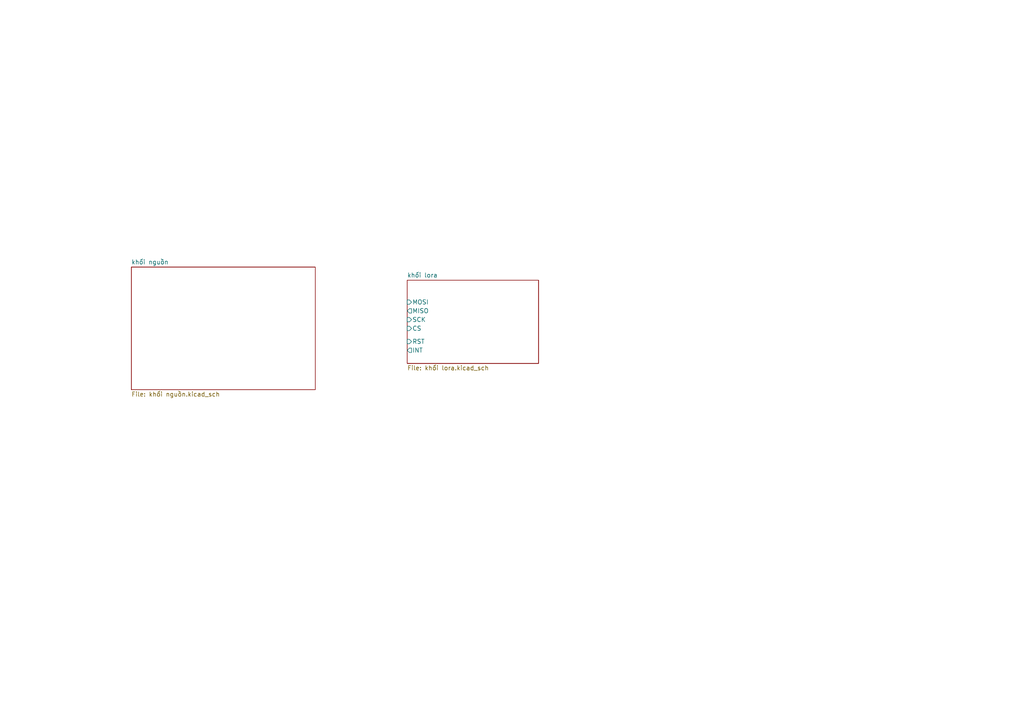
<source format=kicad_sch>
(kicad_sch (version 20230121) (generator eeschema)
  (paper "A4")
  (lib_symbols)
  (sheet (at 38.1 77.47) (size 53.34 35.56) (stroke (width 0.1524))
    (property "Sheetname" "khối nguồn" (at 38.1 76.7584 0) (effects (justify left bottom)))
    (property "Sheetfile" "khối nguồn.kicad_sch" (at 38.1 113.6146 0) (effects (justify left top)))
  )
  (sheet (at 118.11 81.28) (size 38.1 24.13) (stroke (width 0.1524))
    (property "Sheetname" "khối lora" (at 118.11 80.5684 0) (effects (justify left bottom)))
    (property "Sheetfile" "khối lora.kicad_sch" (at 118.11 105.9946 0) (effects (justify left top)))
    (pin "MOSI" input (at 118.11 87.63 180))
    (pin "MISO" output (at 118.11 90.17 180))
    (pin "SCK" input (at 118.11 92.71 180))
    (pin "CS" input (at 118.11 95.25 180))
    (pin "RST" input (at 118.11 99.06 180))
    (pin "INT" output (at 118.11 101.6 180))
  )
)
</source>
